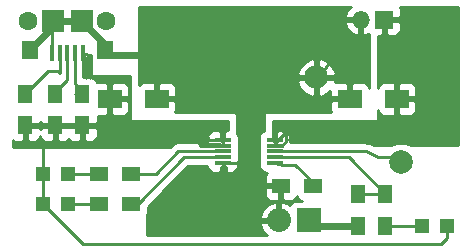
<source format=gbr>
G04 #@! TF.FileFunction,Copper,L1,Top,Signal*
%FSLAX46Y46*%
G04 Gerber Fmt 4.6, Leading zero omitted, Abs format (unit mm)*
G04 Created by KiCad (PCBNEW 4.0.2-4+6225~38~ubuntu14.04.1-stable) date Sat 05 Mar 2016 02:02:49 PM PST*
%MOMM*%
G01*
G04 APERTURE LIST*
%ADD10C,0.100000*%
%ADD11R,1.400000X1.600000*%
%ADD12R,0.400000X1.350000*%
%ADD13R,1.900000X1.900000*%
%ADD14C,1.600000*%
%ADD15R,2.000000X1.600000*%
%ADD16R,1.198880X1.198880*%
%ADD17R,1.500000X1.300000*%
%ADD18R,1.300000X1.500000*%
%ADD19R,1.400000X0.300000*%
%ADD20R,2.032000X2.032000*%
%ADD21O,2.032000X2.032000*%
%ADD22R,1.500000X1.500000*%
%ADD23O,1.500000X1.500000*%
%ADD24C,1.998980*%
%ADD25C,0.685800*%
%ADD26C,0.254000*%
%ADD27C,0.609600*%
G04 APERTURE END LIST*
D10*
D11*
X138786000Y-83476000D03*
D12*
X143286900Y-83701000D03*
X142636900Y-83701000D03*
X141986000Y-83701000D03*
X141336900Y-83701000D03*
X140686900Y-83701000D03*
D11*
X145186000Y-83476000D03*
D13*
X140786000Y-81026000D03*
X143186000Y-81026000D03*
D14*
X138686000Y-81026000D03*
X145286000Y-81026000D03*
D15*
X145574000Y-87630000D03*
X149574000Y-87630000D03*
X169894000Y-87630000D03*
X165894000Y-87630000D03*
D16*
X174150020Y-98425000D03*
X172051980Y-98425000D03*
X139920980Y-96520000D03*
X142019020Y-96520000D03*
X139920980Y-93980000D03*
X142019020Y-93980000D03*
D17*
X147400000Y-93980000D03*
X144700000Y-93980000D03*
X147400000Y-96520000D03*
X144700000Y-96520000D03*
D18*
X168910000Y-95678000D03*
X168910000Y-98378000D03*
X166624000Y-95678000D03*
X166624000Y-98378000D03*
D17*
X160067000Y-94996000D03*
X162767000Y-94996000D03*
D18*
X138430000Y-89869000D03*
X138430000Y-87169000D03*
X140970000Y-89869000D03*
X140970000Y-87169000D03*
X143256000Y-89869000D03*
X143256000Y-87169000D03*
D19*
X155153000Y-91075000D03*
X155153000Y-91575000D03*
X155153000Y-92075000D03*
X155153000Y-92575000D03*
X155153000Y-93075000D03*
X159553000Y-93075000D03*
X159553000Y-92575000D03*
X159553000Y-92075000D03*
X159553000Y-91575000D03*
X159553000Y-91075000D03*
D20*
X162433000Y-97917000D03*
D21*
X159893000Y-97917000D03*
D22*
X168813900Y-80907000D03*
D23*
X166813900Y-80907000D03*
D24*
X163073500Y-85809200D03*
X170257705Y-92993405D03*
D25*
X157480000Y-98044000D03*
X155448000Y-98044000D03*
X153416000Y-98044000D03*
X150876000Y-98044000D03*
X150876000Y-96012000D03*
X153416000Y-96012000D03*
X153416000Y-94488000D03*
X155448000Y-94488000D03*
X157480000Y-89916000D03*
X157480000Y-91440000D03*
X157480000Y-92964000D03*
X155448000Y-96012000D03*
X157480000Y-96012000D03*
X157480000Y-94488000D03*
X166116000Y-85344000D03*
X163530700Y-88120600D03*
X164673700Y-84005800D03*
X163576000Y-81280000D03*
X161544000Y-81280000D03*
X161544000Y-83312000D03*
X160863700Y-84742400D03*
X161016100Y-87892000D03*
X159512000Y-87376000D03*
X159512000Y-85344000D03*
X159512000Y-83312000D03*
X159512000Y-81280000D03*
X157480000Y-81280000D03*
X157480000Y-83312000D03*
X157480000Y-85344000D03*
X157480000Y-87376000D03*
X155448000Y-87376000D03*
X152400000Y-86868000D03*
X155448000Y-85344000D03*
X155448000Y-83312000D03*
X155448000Y-81280000D03*
X153416000Y-81280000D03*
X153416000Y-83312000D03*
X153416000Y-85344000D03*
X151384000Y-85344000D03*
X151384000Y-83312000D03*
X151384000Y-81280000D03*
X149352000Y-81280000D03*
X149352000Y-83312000D03*
X149352000Y-85344000D03*
X153416000Y-91440000D03*
X146304000Y-89916000D03*
X147320000Y-91440000D03*
X148844000Y-89916000D03*
X150368000Y-91440000D03*
X151892000Y-89916000D03*
X172212000Y-90424000D03*
X170180000Y-90424000D03*
X167640000Y-90424000D03*
X165100000Y-90424000D03*
X162560000Y-90424000D03*
X169672000Y-84836000D03*
X171704000Y-84836000D03*
X171704000Y-82296000D03*
X171704000Y-80264000D03*
X174244000Y-80264000D03*
X174244000Y-82296000D03*
X174244000Y-84836000D03*
X174244000Y-86868000D03*
X172212000Y-86868000D03*
X172212000Y-88900000D03*
X174244000Y-88900000D03*
X174244000Y-90424000D03*
X160528000Y-90424000D03*
D26*
X155153000Y-93075000D02*
X155153000Y-93154100D01*
X155153000Y-93154100D02*
X155448000Y-93449100D01*
X155448000Y-93449100D02*
X155448000Y-94488000D01*
X155153000Y-93075000D02*
X155153000Y-94193000D01*
X155153000Y-94193000D02*
X155448000Y-94488000D01*
X155153000Y-93075000D02*
X157369000Y-93075000D01*
X157369000Y-93075000D02*
X157480000Y-92964000D01*
X159893000Y-97917000D02*
X157607000Y-97917000D01*
X157607000Y-97917000D02*
X157480000Y-98044000D01*
X155448000Y-98044000D02*
X153416000Y-98044000D01*
X150876000Y-98044000D02*
X150876000Y-96012000D01*
X153416000Y-96012000D02*
X153416000Y-94488000D01*
X157480000Y-89916000D02*
X157480000Y-88392000D01*
X157480000Y-92964000D02*
X157480000Y-91440000D01*
X155448000Y-94488000D02*
X155448000Y-96012000D01*
X157480000Y-96012000D02*
X157480000Y-94488000D01*
X165894000Y-87630000D02*
X165894000Y-85566000D01*
X165894000Y-85566000D02*
X166116000Y-85344000D01*
X149574000Y-87630000D02*
X149574000Y-85566000D01*
X164673700Y-84005800D02*
X163576000Y-85344000D01*
X161544000Y-81280000D02*
X163576000Y-81280000D01*
X160863700Y-84742400D02*
X161544000Y-83312000D01*
X159512000Y-87376000D02*
X161016100Y-87892000D01*
X159512000Y-83312000D02*
X159512000Y-85344000D01*
X157480000Y-81280000D02*
X159512000Y-81280000D01*
X157480000Y-85344000D02*
X157480000Y-83312000D01*
X155448000Y-87376000D02*
X157480000Y-87376000D01*
X153924000Y-86868000D02*
X152400000Y-86868000D01*
X155448000Y-85344000D02*
X153924000Y-86868000D01*
X155448000Y-81280000D02*
X155448000Y-83312000D01*
X153416000Y-83312000D02*
X153416000Y-81280000D01*
X151384000Y-85344000D02*
X153416000Y-85344000D01*
X151384000Y-81280000D02*
X151384000Y-83312000D01*
X149352000Y-83312000D02*
X149352000Y-81280000D01*
X149574000Y-85566000D02*
X149352000Y-85344000D01*
X140686900Y-83701000D02*
X140686900Y-81125100D01*
X140686900Y-81125100D02*
X140786000Y-81026000D01*
D27*
X145186000Y-83476000D02*
X145186000Y-83026000D01*
X145186000Y-83026000D02*
X143186000Y-81026000D01*
X143186000Y-81026000D02*
X141236000Y-81026000D01*
X141236000Y-81026000D02*
X138786000Y-83476000D01*
X148463000Y-83947000D02*
X145657000Y-83947000D01*
X145657000Y-83947000D02*
X145186000Y-83476000D01*
D26*
X172051980Y-98425000D02*
X168957000Y-98425000D01*
X168957000Y-98425000D02*
X168910000Y-98378000D01*
X144700000Y-96520000D02*
X142019020Y-96520000D01*
X144700000Y-93980000D02*
X142019020Y-93980000D01*
X143256000Y-87169000D02*
X143256000Y-86972100D01*
X143256000Y-86972100D02*
X142636900Y-86353000D01*
X142636900Y-86353000D02*
X142636900Y-83701000D01*
X142636900Y-87184900D02*
X143256000Y-87804000D01*
X140970000Y-87169000D02*
X140970000Y-87033900D01*
X140970000Y-87033900D02*
X141986000Y-86017900D01*
X141986000Y-86017900D02*
X141986000Y-83701000D01*
X141336900Y-83701000D02*
X141336900Y-85397000D01*
X140374000Y-85225000D02*
X138430000Y-87169000D01*
X141164900Y-85225000D02*
X140374000Y-85225000D01*
X141336900Y-85397000D02*
X141164900Y-85225000D01*
D27*
X166624000Y-98378000D02*
X162894000Y-98378000D01*
X162894000Y-98378000D02*
X162433000Y-97917000D01*
D26*
X147400000Y-93980000D02*
X149479000Y-93980000D01*
X151384000Y-92075000D02*
X155153000Y-92075000D01*
X149479000Y-93980000D02*
X151384000Y-92075000D01*
X155153000Y-92575000D02*
X151900000Y-92575000D01*
X151900000Y-92575000D02*
X147955000Y-96520000D01*
X147955000Y-96520000D02*
X147400000Y-96520000D01*
X159553000Y-92575000D02*
X165807000Y-92575000D01*
X165807000Y-92575000D02*
X168910000Y-95678000D01*
X168910000Y-95678000D02*
X166624000Y-95678000D01*
X169465000Y-92583000D02*
X168275000Y-92583000D01*
X167259000Y-92075000D02*
X159553000Y-92075000D01*
X168275000Y-92583000D02*
X167259000Y-92075000D01*
X162767000Y-94996000D02*
X162767000Y-94695000D01*
X162767000Y-94695000D02*
X161290000Y-93218000D01*
X161290000Y-93218000D02*
X160147000Y-93218000D01*
X160147000Y-93218000D02*
X159553000Y-93075000D01*
X155153000Y-91575000D02*
X154970900Y-91575000D01*
X154970900Y-91575000D02*
X154835900Y-91440000D01*
X154835900Y-91440000D02*
X153416000Y-91440000D01*
X155153000Y-91575000D02*
X153551000Y-91575000D01*
X153551000Y-91575000D02*
X153416000Y-91440000D01*
X155153000Y-91075000D02*
X153781000Y-91075000D01*
X153781000Y-91075000D02*
X153416000Y-91440000D01*
X145574000Y-89186000D02*
X145574000Y-87630000D01*
X145574000Y-89186000D02*
X146304000Y-89916000D01*
X147320000Y-91440000D02*
X148844000Y-89916000D01*
X150368000Y-91440000D02*
X151892000Y-89916000D01*
X154970900Y-91575000D02*
X155153000Y-91392900D01*
X155153000Y-91392900D02*
X155153000Y-91075000D01*
X155153000Y-91575000D02*
X155153000Y-91075000D01*
X143286900Y-83701000D02*
X143286900Y-85733000D01*
X139920980Y-93980000D02*
X139920980Y-91787980D01*
X139920980Y-91787980D02*
X139827000Y-91694000D01*
X139920980Y-96520000D02*
X139920980Y-93980000D01*
X174150020Y-98425000D02*
X174150020Y-99407980D01*
X143349980Y-99949000D02*
X139920980Y-96520000D01*
X173609000Y-99949000D02*
X143349980Y-99949000D01*
X174150020Y-99407980D02*
X173609000Y-99949000D01*
X143540900Y-84328000D02*
X143540900Y-84358900D01*
X143764000Y-84074000D02*
X143764000Y-85598000D01*
X143764000Y-84074000D02*
X143286900Y-84231900D01*
X143286900Y-83701000D02*
X143286900Y-83850900D01*
X143286900Y-83850900D02*
X144018000Y-83947000D01*
X144018000Y-83947000D02*
X144018000Y-85725000D01*
X143286900Y-83850900D02*
X143891000Y-83947000D01*
X143891000Y-83947000D02*
X143891000Y-85852000D01*
X143286900Y-83701000D02*
X143286900Y-84231900D01*
X143286900Y-83701000D02*
X143540900Y-84328000D01*
X143540900Y-84328000D02*
X143540900Y-85882900D01*
X174244000Y-90424000D02*
X172212000Y-90424000D01*
X170180000Y-90424000D02*
X167640000Y-90424000D01*
X165100000Y-90424000D02*
X162560000Y-90424000D01*
X159553000Y-91575000D02*
X160177900Y-91575000D01*
X160177900Y-91575000D02*
X160528000Y-91224900D01*
X160528000Y-91224900D02*
X160528000Y-90424000D01*
X159553000Y-91575000D02*
X159553000Y-91399000D01*
X169894000Y-85566000D02*
X169672000Y-85344000D01*
X169672000Y-85344000D02*
X169672000Y-84836000D01*
X171704000Y-84836000D02*
X171704000Y-82296000D01*
X171704000Y-80264000D02*
X174244000Y-80264000D01*
X174244000Y-82296000D02*
X174244000Y-84836000D01*
X174244000Y-86868000D02*
X172212000Y-86868000D01*
X172212000Y-88900000D02*
X174244000Y-88900000D01*
X169894000Y-85566000D02*
X169894000Y-87630000D01*
X159553000Y-91399000D02*
X160528000Y-90424000D01*
X159553000Y-91575000D02*
X159553000Y-91075000D01*
G36*
X165704317Y-80078098D02*
X165471572Y-80565813D01*
X165593475Y-80780000D01*
X166686900Y-80780000D01*
X166686900Y-80760000D01*
X166940900Y-80760000D01*
X166940900Y-80780000D01*
X166960900Y-80780000D01*
X166960900Y-81034000D01*
X166940900Y-81034000D01*
X166940900Y-82126656D01*
X167155085Y-82249318D01*
X167513000Y-82101076D01*
X167513000Y-86665063D01*
X167432327Y-86470301D01*
X167253698Y-86291673D01*
X167020309Y-86195000D01*
X166179750Y-86195000D01*
X166021000Y-86353750D01*
X166021000Y-87503000D01*
X166041000Y-87503000D01*
X166041000Y-87757000D01*
X166021000Y-87757000D01*
X166021000Y-87777000D01*
X165767000Y-87777000D01*
X165767000Y-87757000D01*
X164417750Y-87757000D01*
X164259000Y-87915750D01*
X164259000Y-88556310D01*
X164348756Y-88773000D01*
X158750000Y-88773000D01*
X158700590Y-88783006D01*
X158658965Y-88811447D01*
X158631685Y-88853841D01*
X158623000Y-88900000D01*
X158623000Y-90320838D01*
X158617683Y-90321838D01*
X158401559Y-90460910D01*
X158256569Y-90673110D01*
X158205560Y-90925000D01*
X158205560Y-91225000D01*
X158225067Y-91328671D01*
X158205560Y-91425000D01*
X158205560Y-91725000D01*
X158225067Y-91828671D01*
X158205560Y-91925000D01*
X158205560Y-92225000D01*
X158225067Y-92328671D01*
X158205560Y-92425000D01*
X158205560Y-92725000D01*
X158225067Y-92828671D01*
X158205560Y-92925000D01*
X158205560Y-93225000D01*
X158249838Y-93460317D01*
X158388910Y-93676441D01*
X158601110Y-93821431D01*
X158853000Y-93872440D01*
X158892535Y-93872440D01*
X158778673Y-93986301D01*
X158682000Y-94219690D01*
X158682000Y-94710250D01*
X158840750Y-94869000D01*
X159940000Y-94869000D01*
X159940000Y-94849000D01*
X160194000Y-94849000D01*
X160194000Y-94869000D01*
X160214000Y-94869000D01*
X160214000Y-95123000D01*
X160194000Y-95123000D01*
X160194000Y-96122250D01*
X160352750Y-96281000D01*
X160943309Y-96281000D01*
X161176698Y-96184327D01*
X161355327Y-96005699D01*
X161411654Y-95869713D01*
X161413838Y-95881317D01*
X161552910Y-96097441D01*
X161765110Y-96242431D01*
X161820067Y-96253560D01*
X161417000Y-96253560D01*
X161181683Y-96297838D01*
X160965559Y-96436910D01*
X160854160Y-96599948D01*
X160757818Y-96510615D01*
X160275944Y-96311025D01*
X160020000Y-96430164D01*
X160020000Y-97790000D01*
X160040000Y-97790000D01*
X160040000Y-98044000D01*
X160020000Y-98044000D01*
X160020000Y-98064000D01*
X159766000Y-98064000D01*
X159766000Y-98044000D01*
X158405633Y-98044000D01*
X158287017Y-98299946D01*
X158555812Y-98885379D01*
X158881097Y-99187000D01*
X148717000Y-99187000D01*
X148717000Y-97534054D01*
X158287017Y-97534054D01*
X158405633Y-97790000D01*
X159766000Y-97790000D01*
X159766000Y-96430164D01*
X159510056Y-96311025D01*
X159028182Y-96510615D01*
X158555812Y-96948621D01*
X158287017Y-97534054D01*
X148717000Y-97534054D01*
X148717000Y-97464964D01*
X148746431Y-97421890D01*
X148797440Y-97170000D01*
X148797440Y-96755190D01*
X150270880Y-95281750D01*
X158682000Y-95281750D01*
X158682000Y-95772310D01*
X158778673Y-96005699D01*
X158957302Y-96184327D01*
X159190691Y-96281000D01*
X159781250Y-96281000D01*
X159940000Y-96122250D01*
X159940000Y-95123000D01*
X158840750Y-95123000D01*
X158682000Y-95281750D01*
X150270880Y-95281750D01*
X152215631Y-93337000D01*
X153818000Y-93337000D01*
X153818000Y-93351310D01*
X153914673Y-93584699D01*
X154093302Y-93763327D01*
X154326691Y-93860000D01*
X154867250Y-93860000D01*
X155026000Y-93701250D01*
X155026000Y-93372440D01*
X155280000Y-93372440D01*
X155280000Y-93701250D01*
X155438750Y-93860000D01*
X155979309Y-93860000D01*
X156212698Y-93763327D01*
X156391327Y-93584699D01*
X156488000Y-93351310D01*
X156488000Y-93308750D01*
X156330379Y-93151129D01*
X156449431Y-92976890D01*
X156474080Y-92855170D01*
X156488000Y-92841250D01*
X156488000Y-92798690D01*
X156486333Y-92794665D01*
X156500440Y-92725000D01*
X156500440Y-92425000D01*
X156480933Y-92321329D01*
X156500440Y-92225000D01*
X156500440Y-91925000D01*
X156480933Y-91821329D01*
X156500440Y-91725000D01*
X156500440Y-91425000D01*
X156480933Y-91321329D01*
X156500440Y-91225000D01*
X156500440Y-90925000D01*
X156456162Y-90689683D01*
X156337000Y-90504500D01*
X156337000Y-88900000D01*
X156326994Y-88850590D01*
X156298553Y-88808965D01*
X156256159Y-88781685D01*
X156210000Y-88773000D01*
X151119244Y-88773000D01*
X151209000Y-88556310D01*
X151209000Y-87915750D01*
X151050250Y-87757000D01*
X149701000Y-87757000D01*
X149701000Y-87777000D01*
X149447000Y-87777000D01*
X149447000Y-87757000D01*
X149427000Y-87757000D01*
X149427000Y-87503000D01*
X149447000Y-87503000D01*
X149447000Y-86353750D01*
X149701000Y-86353750D01*
X149701000Y-87503000D01*
X151050250Y-87503000D01*
X151209000Y-87344250D01*
X151209000Y-86703690D01*
X151112327Y-86470301D01*
X150933698Y-86291673D01*
X150700309Y-86195000D01*
X149859750Y-86195000D01*
X149701000Y-86353750D01*
X149447000Y-86353750D01*
X149288250Y-86195000D01*
X148447691Y-86195000D01*
X148214302Y-86291673D01*
X148082000Y-86423974D01*
X148082000Y-86194578D01*
X161452159Y-86194578D01*
X161723054Y-86785703D01*
X162199542Y-87228164D01*
X162688122Y-87430541D01*
X162946500Y-87311604D01*
X162946500Y-85936200D01*
X163200500Y-85936200D01*
X163200500Y-87311604D01*
X163458878Y-87430541D01*
X164050003Y-87159646D01*
X164259000Y-86934576D01*
X164259000Y-87344250D01*
X164417750Y-87503000D01*
X165767000Y-87503000D01*
X165767000Y-86353750D01*
X165608250Y-86195000D01*
X164767691Y-86195000D01*
X164679542Y-86231512D01*
X164694841Y-86194578D01*
X164575904Y-85936200D01*
X163200500Y-85936200D01*
X162946500Y-85936200D01*
X161571096Y-85936200D01*
X161452159Y-86194578D01*
X148082000Y-86194578D01*
X148082000Y-85423822D01*
X161452159Y-85423822D01*
X161571096Y-85682200D01*
X162946500Y-85682200D01*
X162946500Y-84306796D01*
X163200500Y-84306796D01*
X163200500Y-85682200D01*
X164575904Y-85682200D01*
X164694841Y-85423822D01*
X164423946Y-84832697D01*
X163947458Y-84390236D01*
X163458878Y-84187859D01*
X163200500Y-84306796D01*
X162946500Y-84306796D01*
X162688122Y-84187859D01*
X162096997Y-84458754D01*
X161654536Y-84935242D01*
X161452159Y-85423822D01*
X148082000Y-85423822D01*
X148082000Y-81248187D01*
X165471572Y-81248187D01*
X165704317Y-81735902D01*
X166105986Y-82097425D01*
X166472715Y-82249318D01*
X166686900Y-82126656D01*
X166686900Y-81034000D01*
X165593475Y-81034000D01*
X165471572Y-81248187D01*
X148082000Y-81248187D01*
X148082000Y-79831000D01*
X165978854Y-79831000D01*
X165704317Y-80078098D01*
X165704317Y-80078098D01*
G37*
X165704317Y-80078098D02*
X165471572Y-80565813D01*
X165593475Y-80780000D01*
X166686900Y-80780000D01*
X166686900Y-80760000D01*
X166940900Y-80760000D01*
X166940900Y-80780000D01*
X166960900Y-80780000D01*
X166960900Y-81034000D01*
X166940900Y-81034000D01*
X166940900Y-82126656D01*
X167155085Y-82249318D01*
X167513000Y-82101076D01*
X167513000Y-86665063D01*
X167432327Y-86470301D01*
X167253698Y-86291673D01*
X167020309Y-86195000D01*
X166179750Y-86195000D01*
X166021000Y-86353750D01*
X166021000Y-87503000D01*
X166041000Y-87503000D01*
X166041000Y-87757000D01*
X166021000Y-87757000D01*
X166021000Y-87777000D01*
X165767000Y-87777000D01*
X165767000Y-87757000D01*
X164417750Y-87757000D01*
X164259000Y-87915750D01*
X164259000Y-88556310D01*
X164348756Y-88773000D01*
X158750000Y-88773000D01*
X158700590Y-88783006D01*
X158658965Y-88811447D01*
X158631685Y-88853841D01*
X158623000Y-88900000D01*
X158623000Y-90320838D01*
X158617683Y-90321838D01*
X158401559Y-90460910D01*
X158256569Y-90673110D01*
X158205560Y-90925000D01*
X158205560Y-91225000D01*
X158225067Y-91328671D01*
X158205560Y-91425000D01*
X158205560Y-91725000D01*
X158225067Y-91828671D01*
X158205560Y-91925000D01*
X158205560Y-92225000D01*
X158225067Y-92328671D01*
X158205560Y-92425000D01*
X158205560Y-92725000D01*
X158225067Y-92828671D01*
X158205560Y-92925000D01*
X158205560Y-93225000D01*
X158249838Y-93460317D01*
X158388910Y-93676441D01*
X158601110Y-93821431D01*
X158853000Y-93872440D01*
X158892535Y-93872440D01*
X158778673Y-93986301D01*
X158682000Y-94219690D01*
X158682000Y-94710250D01*
X158840750Y-94869000D01*
X159940000Y-94869000D01*
X159940000Y-94849000D01*
X160194000Y-94849000D01*
X160194000Y-94869000D01*
X160214000Y-94869000D01*
X160214000Y-95123000D01*
X160194000Y-95123000D01*
X160194000Y-96122250D01*
X160352750Y-96281000D01*
X160943309Y-96281000D01*
X161176698Y-96184327D01*
X161355327Y-96005699D01*
X161411654Y-95869713D01*
X161413838Y-95881317D01*
X161552910Y-96097441D01*
X161765110Y-96242431D01*
X161820067Y-96253560D01*
X161417000Y-96253560D01*
X161181683Y-96297838D01*
X160965559Y-96436910D01*
X160854160Y-96599948D01*
X160757818Y-96510615D01*
X160275944Y-96311025D01*
X160020000Y-96430164D01*
X160020000Y-97790000D01*
X160040000Y-97790000D01*
X160040000Y-98044000D01*
X160020000Y-98044000D01*
X160020000Y-98064000D01*
X159766000Y-98064000D01*
X159766000Y-98044000D01*
X158405633Y-98044000D01*
X158287017Y-98299946D01*
X158555812Y-98885379D01*
X158881097Y-99187000D01*
X148717000Y-99187000D01*
X148717000Y-97534054D01*
X158287017Y-97534054D01*
X158405633Y-97790000D01*
X159766000Y-97790000D01*
X159766000Y-96430164D01*
X159510056Y-96311025D01*
X159028182Y-96510615D01*
X158555812Y-96948621D01*
X158287017Y-97534054D01*
X148717000Y-97534054D01*
X148717000Y-97464964D01*
X148746431Y-97421890D01*
X148797440Y-97170000D01*
X148797440Y-96755190D01*
X150270880Y-95281750D01*
X158682000Y-95281750D01*
X158682000Y-95772310D01*
X158778673Y-96005699D01*
X158957302Y-96184327D01*
X159190691Y-96281000D01*
X159781250Y-96281000D01*
X159940000Y-96122250D01*
X159940000Y-95123000D01*
X158840750Y-95123000D01*
X158682000Y-95281750D01*
X150270880Y-95281750D01*
X152215631Y-93337000D01*
X153818000Y-93337000D01*
X153818000Y-93351310D01*
X153914673Y-93584699D01*
X154093302Y-93763327D01*
X154326691Y-93860000D01*
X154867250Y-93860000D01*
X155026000Y-93701250D01*
X155026000Y-93372440D01*
X155280000Y-93372440D01*
X155280000Y-93701250D01*
X155438750Y-93860000D01*
X155979309Y-93860000D01*
X156212698Y-93763327D01*
X156391327Y-93584699D01*
X156488000Y-93351310D01*
X156488000Y-93308750D01*
X156330379Y-93151129D01*
X156449431Y-92976890D01*
X156474080Y-92855170D01*
X156488000Y-92841250D01*
X156488000Y-92798690D01*
X156486333Y-92794665D01*
X156500440Y-92725000D01*
X156500440Y-92425000D01*
X156480933Y-92321329D01*
X156500440Y-92225000D01*
X156500440Y-91925000D01*
X156480933Y-91821329D01*
X156500440Y-91725000D01*
X156500440Y-91425000D01*
X156480933Y-91321329D01*
X156500440Y-91225000D01*
X156500440Y-90925000D01*
X156456162Y-90689683D01*
X156337000Y-90504500D01*
X156337000Y-88900000D01*
X156326994Y-88850590D01*
X156298553Y-88808965D01*
X156256159Y-88781685D01*
X156210000Y-88773000D01*
X151119244Y-88773000D01*
X151209000Y-88556310D01*
X151209000Y-87915750D01*
X151050250Y-87757000D01*
X149701000Y-87757000D01*
X149701000Y-87777000D01*
X149447000Y-87777000D01*
X149447000Y-87757000D01*
X149427000Y-87757000D01*
X149427000Y-87503000D01*
X149447000Y-87503000D01*
X149447000Y-86353750D01*
X149701000Y-86353750D01*
X149701000Y-87503000D01*
X151050250Y-87503000D01*
X151209000Y-87344250D01*
X151209000Y-86703690D01*
X151112327Y-86470301D01*
X150933698Y-86291673D01*
X150700309Y-86195000D01*
X149859750Y-86195000D01*
X149701000Y-86353750D01*
X149447000Y-86353750D01*
X149288250Y-86195000D01*
X148447691Y-86195000D01*
X148214302Y-86291673D01*
X148082000Y-86423974D01*
X148082000Y-86194578D01*
X161452159Y-86194578D01*
X161723054Y-86785703D01*
X162199542Y-87228164D01*
X162688122Y-87430541D01*
X162946500Y-87311604D01*
X162946500Y-85936200D01*
X163200500Y-85936200D01*
X163200500Y-87311604D01*
X163458878Y-87430541D01*
X164050003Y-87159646D01*
X164259000Y-86934576D01*
X164259000Y-87344250D01*
X164417750Y-87503000D01*
X165767000Y-87503000D01*
X165767000Y-86353750D01*
X165608250Y-86195000D01*
X164767691Y-86195000D01*
X164679542Y-86231512D01*
X164694841Y-86194578D01*
X164575904Y-85936200D01*
X163200500Y-85936200D01*
X162946500Y-85936200D01*
X161571096Y-85936200D01*
X161452159Y-86194578D01*
X148082000Y-86194578D01*
X148082000Y-85423822D01*
X161452159Y-85423822D01*
X161571096Y-85682200D01*
X162946500Y-85682200D01*
X162946500Y-84306796D01*
X163200500Y-84306796D01*
X163200500Y-85682200D01*
X164575904Y-85682200D01*
X164694841Y-85423822D01*
X164423946Y-84832697D01*
X163947458Y-84390236D01*
X163458878Y-84187859D01*
X163200500Y-84306796D01*
X162946500Y-84306796D01*
X162688122Y-84187859D01*
X162096997Y-84458754D01*
X161654536Y-84935242D01*
X161452159Y-85423822D01*
X148082000Y-85423822D01*
X148082000Y-81248187D01*
X165471572Y-81248187D01*
X165704317Y-81735902D01*
X166105986Y-82097425D01*
X166472715Y-82249318D01*
X166686900Y-82126656D01*
X166686900Y-81034000D01*
X165593475Y-81034000D01*
X165471572Y-81248187D01*
X148082000Y-81248187D01*
X148082000Y-79831000D01*
X165978854Y-79831000D01*
X165704317Y-80078098D01*
G36*
X147294600Y-85724701D02*
X147294600Y-89408000D01*
X147304606Y-89457410D01*
X147333047Y-89499035D01*
X147375441Y-89526315D01*
X147421600Y-89535000D01*
X155575000Y-89535000D01*
X155575000Y-90290000D01*
X155438750Y-90290000D01*
X155280000Y-90448750D01*
X155280000Y-91222000D01*
X155026000Y-91222000D01*
X155026000Y-90448750D01*
X154867250Y-90290000D01*
X154326691Y-90290000D01*
X154093302Y-90386673D01*
X153914673Y-90565301D01*
X153818000Y-90798690D01*
X153818000Y-90841250D01*
X153976750Y-91000000D01*
X153979974Y-91000000D01*
X153914673Y-91065301D01*
X153818000Y-91298690D01*
X153818000Y-91313000D01*
X151384000Y-91313000D01*
X151092395Y-91371004D01*
X150845185Y-91536185D01*
X150687370Y-91694000D01*
X137362000Y-91694000D01*
X137362000Y-91099026D01*
X137420301Y-91157327D01*
X137653690Y-91254000D01*
X138144250Y-91254000D01*
X138303000Y-91095250D01*
X138303000Y-89996000D01*
X138557000Y-89996000D01*
X138557000Y-91095250D01*
X138715750Y-91254000D01*
X139206310Y-91254000D01*
X139439699Y-91157327D01*
X139618327Y-90978698D01*
X139700000Y-90781522D01*
X139781673Y-90978698D01*
X139960301Y-91157327D01*
X140193690Y-91254000D01*
X140684250Y-91254000D01*
X140843000Y-91095250D01*
X140843000Y-89996000D01*
X141097000Y-89996000D01*
X141097000Y-91095250D01*
X141255750Y-91254000D01*
X141746310Y-91254000D01*
X141979699Y-91157327D01*
X142113000Y-91024025D01*
X142246301Y-91157327D01*
X142479690Y-91254000D01*
X142970250Y-91254000D01*
X143129000Y-91095250D01*
X143129000Y-89996000D01*
X143383000Y-89996000D01*
X143383000Y-91095250D01*
X143541750Y-91254000D01*
X144032310Y-91254000D01*
X144265699Y-91157327D01*
X144444327Y-90978698D01*
X144541000Y-90745309D01*
X144541000Y-90154750D01*
X144382250Y-89996000D01*
X143383000Y-89996000D01*
X143129000Y-89996000D01*
X142129750Y-89996000D01*
X142113000Y-90012750D01*
X142096250Y-89996000D01*
X141097000Y-89996000D01*
X140843000Y-89996000D01*
X139843750Y-89996000D01*
X139700000Y-90139750D01*
X139556250Y-89996000D01*
X138557000Y-89996000D01*
X138303000Y-89996000D01*
X138283000Y-89996000D01*
X138283000Y-89742000D01*
X138303000Y-89742000D01*
X138303000Y-89722000D01*
X138557000Y-89722000D01*
X138557000Y-89742000D01*
X139556250Y-89742000D01*
X139700000Y-89598250D01*
X139843750Y-89742000D01*
X140843000Y-89742000D01*
X140843000Y-89722000D01*
X141097000Y-89722000D01*
X141097000Y-89742000D01*
X142096250Y-89742000D01*
X142113000Y-89725250D01*
X142129750Y-89742000D01*
X143129000Y-89742000D01*
X143129000Y-89722000D01*
X143383000Y-89722000D01*
X143383000Y-89742000D01*
X144382250Y-89742000D01*
X144541000Y-89583250D01*
X144541000Y-89065000D01*
X145288250Y-89065000D01*
X145447000Y-88906250D01*
X145447000Y-87757000D01*
X145701000Y-87757000D01*
X145701000Y-88906250D01*
X145859750Y-89065000D01*
X146700309Y-89065000D01*
X146933698Y-88968327D01*
X147112327Y-88789699D01*
X147209000Y-88556310D01*
X147209000Y-87915750D01*
X147050250Y-87757000D01*
X145701000Y-87757000D01*
X145447000Y-87757000D01*
X145427000Y-87757000D01*
X145427000Y-87503000D01*
X145447000Y-87503000D01*
X145447000Y-86353750D01*
X145701000Y-86353750D01*
X145701000Y-87503000D01*
X147050250Y-87503000D01*
X147209000Y-87344250D01*
X147209000Y-86703690D01*
X147112327Y-86470301D01*
X146933698Y-86291673D01*
X146700309Y-86195000D01*
X145859750Y-86195000D01*
X145701000Y-86353750D01*
X145447000Y-86353750D01*
X145288250Y-86195000D01*
X144511291Y-86195000D01*
X144509162Y-86183683D01*
X144370090Y-85967559D01*
X144157890Y-85822569D01*
X143906000Y-85771560D01*
X143398900Y-85771560D01*
X143398900Y-85715513D01*
X147294600Y-85724701D01*
X147294600Y-85724701D01*
G37*
X147294600Y-85724701D02*
X147294600Y-89408000D01*
X147304606Y-89457410D01*
X147333047Y-89499035D01*
X147375441Y-89526315D01*
X147421600Y-89535000D01*
X155575000Y-89535000D01*
X155575000Y-90290000D01*
X155438750Y-90290000D01*
X155280000Y-90448750D01*
X155280000Y-91222000D01*
X155026000Y-91222000D01*
X155026000Y-90448750D01*
X154867250Y-90290000D01*
X154326691Y-90290000D01*
X154093302Y-90386673D01*
X153914673Y-90565301D01*
X153818000Y-90798690D01*
X153818000Y-90841250D01*
X153976750Y-91000000D01*
X153979974Y-91000000D01*
X153914673Y-91065301D01*
X153818000Y-91298690D01*
X153818000Y-91313000D01*
X151384000Y-91313000D01*
X151092395Y-91371004D01*
X150845185Y-91536185D01*
X150687370Y-91694000D01*
X137362000Y-91694000D01*
X137362000Y-91099026D01*
X137420301Y-91157327D01*
X137653690Y-91254000D01*
X138144250Y-91254000D01*
X138303000Y-91095250D01*
X138303000Y-89996000D01*
X138557000Y-89996000D01*
X138557000Y-91095250D01*
X138715750Y-91254000D01*
X139206310Y-91254000D01*
X139439699Y-91157327D01*
X139618327Y-90978698D01*
X139700000Y-90781522D01*
X139781673Y-90978698D01*
X139960301Y-91157327D01*
X140193690Y-91254000D01*
X140684250Y-91254000D01*
X140843000Y-91095250D01*
X140843000Y-89996000D01*
X141097000Y-89996000D01*
X141097000Y-91095250D01*
X141255750Y-91254000D01*
X141746310Y-91254000D01*
X141979699Y-91157327D01*
X142113000Y-91024025D01*
X142246301Y-91157327D01*
X142479690Y-91254000D01*
X142970250Y-91254000D01*
X143129000Y-91095250D01*
X143129000Y-89996000D01*
X143383000Y-89996000D01*
X143383000Y-91095250D01*
X143541750Y-91254000D01*
X144032310Y-91254000D01*
X144265699Y-91157327D01*
X144444327Y-90978698D01*
X144541000Y-90745309D01*
X144541000Y-90154750D01*
X144382250Y-89996000D01*
X143383000Y-89996000D01*
X143129000Y-89996000D01*
X142129750Y-89996000D01*
X142113000Y-90012750D01*
X142096250Y-89996000D01*
X141097000Y-89996000D01*
X140843000Y-89996000D01*
X139843750Y-89996000D01*
X139700000Y-90139750D01*
X139556250Y-89996000D01*
X138557000Y-89996000D01*
X138303000Y-89996000D01*
X138283000Y-89996000D01*
X138283000Y-89742000D01*
X138303000Y-89742000D01*
X138303000Y-89722000D01*
X138557000Y-89722000D01*
X138557000Y-89742000D01*
X139556250Y-89742000D01*
X139700000Y-89598250D01*
X139843750Y-89742000D01*
X140843000Y-89742000D01*
X140843000Y-89722000D01*
X141097000Y-89722000D01*
X141097000Y-89742000D01*
X142096250Y-89742000D01*
X142113000Y-89725250D01*
X142129750Y-89742000D01*
X143129000Y-89742000D01*
X143129000Y-89722000D01*
X143383000Y-89722000D01*
X143383000Y-89742000D01*
X144382250Y-89742000D01*
X144541000Y-89583250D01*
X144541000Y-89065000D01*
X145288250Y-89065000D01*
X145447000Y-88906250D01*
X145447000Y-87757000D01*
X145701000Y-87757000D01*
X145701000Y-88906250D01*
X145859750Y-89065000D01*
X146700309Y-89065000D01*
X146933698Y-88968327D01*
X147112327Y-88789699D01*
X147209000Y-88556310D01*
X147209000Y-87915750D01*
X147050250Y-87757000D01*
X145701000Y-87757000D01*
X145447000Y-87757000D01*
X145427000Y-87757000D01*
X145427000Y-87503000D01*
X145447000Y-87503000D01*
X145447000Y-86353750D01*
X145701000Y-86353750D01*
X145701000Y-87503000D01*
X147050250Y-87503000D01*
X147209000Y-87344250D01*
X147209000Y-86703690D01*
X147112327Y-86470301D01*
X146933698Y-86291673D01*
X146700309Y-86195000D01*
X145859750Y-86195000D01*
X145701000Y-86353750D01*
X145447000Y-86353750D01*
X145288250Y-86195000D01*
X144511291Y-86195000D01*
X144509162Y-86183683D01*
X144370090Y-85967559D01*
X144157890Y-85822569D01*
X143906000Y-85771560D01*
X143398900Y-85771560D01*
X143398900Y-85715513D01*
X147294600Y-85724701D01*
G36*
X175058000Y-91567000D02*
X171084693Y-91567000D01*
X170584252Y-91359199D01*
X169934011Y-91358631D01*
X169429719Y-91567000D01*
X167946884Y-91567000D01*
X167599777Y-91393446D01*
X167573368Y-91386214D01*
X167550605Y-91371004D01*
X167430819Y-91347177D01*
X167313017Y-91314917D01*
X167285853Y-91318341D01*
X167259000Y-91313000D01*
X160888000Y-91313000D01*
X160888000Y-91298690D01*
X160791327Y-91065301D01*
X160726026Y-91000000D01*
X160729250Y-91000000D01*
X160888000Y-90841250D01*
X160888000Y-90798690D01*
X160791327Y-90565301D01*
X160612698Y-90386673D01*
X160379309Y-90290000D01*
X159838750Y-90290000D01*
X159680000Y-90448750D01*
X159680000Y-91222000D01*
X159426000Y-91222000D01*
X159426000Y-90448750D01*
X159385000Y-90407750D01*
X159385000Y-89535000D01*
X168148000Y-89535000D01*
X168197410Y-89524994D01*
X168239035Y-89496553D01*
X168266315Y-89454159D01*
X168275000Y-89408000D01*
X168275000Y-88594937D01*
X168355673Y-88789699D01*
X168534302Y-88968327D01*
X168767691Y-89065000D01*
X169608250Y-89065000D01*
X169767000Y-88906250D01*
X169767000Y-87757000D01*
X170021000Y-87757000D01*
X170021000Y-88906250D01*
X170179750Y-89065000D01*
X171020309Y-89065000D01*
X171253698Y-88968327D01*
X171432327Y-88789699D01*
X171529000Y-88556310D01*
X171529000Y-87915750D01*
X171370250Y-87757000D01*
X170021000Y-87757000D01*
X169767000Y-87757000D01*
X169747000Y-87757000D01*
X169747000Y-87503000D01*
X169767000Y-87503000D01*
X169767000Y-86353750D01*
X170021000Y-86353750D01*
X170021000Y-87503000D01*
X171370250Y-87503000D01*
X171529000Y-87344250D01*
X171529000Y-86703690D01*
X171432327Y-86470301D01*
X171253698Y-86291673D01*
X171020309Y-86195000D01*
X170179750Y-86195000D01*
X170021000Y-86353750D01*
X169767000Y-86353750D01*
X169608250Y-86195000D01*
X168767691Y-86195000D01*
X168534302Y-86291673D01*
X168355673Y-86470301D01*
X168275000Y-86665063D01*
X168275000Y-82292000D01*
X168528150Y-82292000D01*
X168686900Y-82133250D01*
X168686900Y-81034000D01*
X168940900Y-81034000D01*
X168940900Y-82133250D01*
X169099650Y-82292000D01*
X169690210Y-82292000D01*
X169923599Y-82195327D01*
X170102227Y-82016698D01*
X170198900Y-81783309D01*
X170198900Y-81192750D01*
X170040150Y-81034000D01*
X168940900Y-81034000D01*
X168686900Y-81034000D01*
X168666900Y-81034000D01*
X168666900Y-80780000D01*
X168686900Y-80780000D01*
X168686900Y-80760000D01*
X168940900Y-80760000D01*
X168940900Y-80780000D01*
X170040150Y-80780000D01*
X170198900Y-80621250D01*
X170198900Y-80030691D01*
X170116185Y-79831000D01*
X175058000Y-79831000D01*
X175058000Y-91567000D01*
X175058000Y-91567000D01*
G37*
X175058000Y-91567000D02*
X171084693Y-91567000D01*
X170584252Y-91359199D01*
X169934011Y-91358631D01*
X169429719Y-91567000D01*
X167946884Y-91567000D01*
X167599777Y-91393446D01*
X167573368Y-91386214D01*
X167550605Y-91371004D01*
X167430819Y-91347177D01*
X167313017Y-91314917D01*
X167285853Y-91318341D01*
X167259000Y-91313000D01*
X160888000Y-91313000D01*
X160888000Y-91298690D01*
X160791327Y-91065301D01*
X160726026Y-91000000D01*
X160729250Y-91000000D01*
X160888000Y-90841250D01*
X160888000Y-90798690D01*
X160791327Y-90565301D01*
X160612698Y-90386673D01*
X160379309Y-90290000D01*
X159838750Y-90290000D01*
X159680000Y-90448750D01*
X159680000Y-91222000D01*
X159426000Y-91222000D01*
X159426000Y-90448750D01*
X159385000Y-90407750D01*
X159385000Y-89535000D01*
X168148000Y-89535000D01*
X168197410Y-89524994D01*
X168239035Y-89496553D01*
X168266315Y-89454159D01*
X168275000Y-89408000D01*
X168275000Y-88594937D01*
X168355673Y-88789699D01*
X168534302Y-88968327D01*
X168767691Y-89065000D01*
X169608250Y-89065000D01*
X169767000Y-88906250D01*
X169767000Y-87757000D01*
X170021000Y-87757000D01*
X170021000Y-88906250D01*
X170179750Y-89065000D01*
X171020309Y-89065000D01*
X171253698Y-88968327D01*
X171432327Y-88789699D01*
X171529000Y-88556310D01*
X171529000Y-87915750D01*
X171370250Y-87757000D01*
X170021000Y-87757000D01*
X169767000Y-87757000D01*
X169747000Y-87757000D01*
X169747000Y-87503000D01*
X169767000Y-87503000D01*
X169767000Y-86353750D01*
X170021000Y-86353750D01*
X170021000Y-87503000D01*
X171370250Y-87503000D01*
X171529000Y-87344250D01*
X171529000Y-86703690D01*
X171432327Y-86470301D01*
X171253698Y-86291673D01*
X171020309Y-86195000D01*
X170179750Y-86195000D01*
X170021000Y-86353750D01*
X169767000Y-86353750D01*
X169608250Y-86195000D01*
X168767691Y-86195000D01*
X168534302Y-86291673D01*
X168355673Y-86470301D01*
X168275000Y-86665063D01*
X168275000Y-82292000D01*
X168528150Y-82292000D01*
X168686900Y-82133250D01*
X168686900Y-81034000D01*
X168940900Y-81034000D01*
X168940900Y-82133250D01*
X169099650Y-82292000D01*
X169690210Y-82292000D01*
X169923599Y-82195327D01*
X170102227Y-82016698D01*
X170198900Y-81783309D01*
X170198900Y-81192750D01*
X170040150Y-81034000D01*
X168940900Y-81034000D01*
X168686900Y-81034000D01*
X168666900Y-81034000D01*
X168666900Y-80780000D01*
X168686900Y-80780000D01*
X168686900Y-80760000D01*
X168940900Y-80760000D01*
X168940900Y-80780000D01*
X170040150Y-80780000D01*
X170198900Y-80621250D01*
X170198900Y-80030691D01*
X170116185Y-79831000D01*
X175058000Y-79831000D01*
X175058000Y-91567000D01*
M02*

</source>
